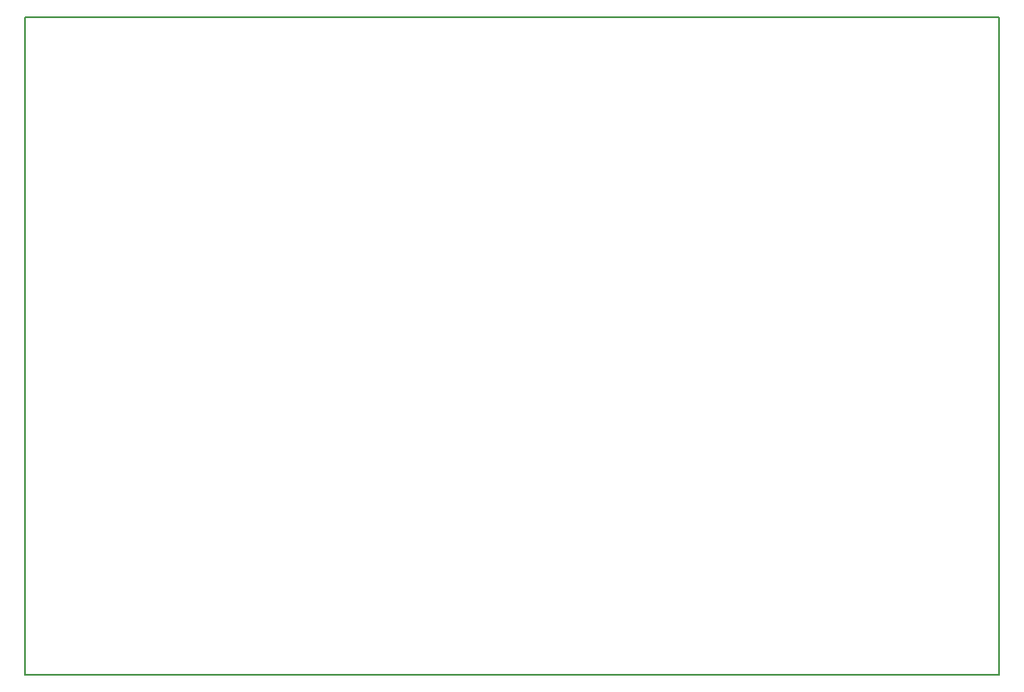
<source format=gko>
G04 #@! TF.FileFunction,Profile,NP*
%FSLAX46Y46*%
G04 Gerber Fmt 4.6, Leading zero omitted, Abs format (unit mm)*
G04 Created by KiCad (PCBNEW 4.0.4-stable) date 07/21/17 22:17:58*
%MOMM*%
%LPD*%
G01*
G04 APERTURE LIST*
%ADD10C,0.100000*%
%ADD11C,0.150000*%
G04 APERTURE END LIST*
D10*
D11*
X208991200Y-111048800D02*
X114147600Y-111048800D01*
X208991200Y-110540800D02*
X208991200Y-111048800D01*
X208991200Y-46380400D02*
X113944400Y-46380400D01*
X208991200Y-46786800D02*
X208991200Y-46380400D01*
X208991200Y-110540800D02*
X208991200Y-46786800D01*
X113284000Y-111048800D02*
X113944400Y-111048800D01*
X113284000Y-46380400D02*
X113284000Y-111048800D01*
X113944400Y-46380400D02*
X113284000Y-46380400D01*
X113944400Y-111048800D02*
X114147600Y-111048800D01*
M02*

</source>
